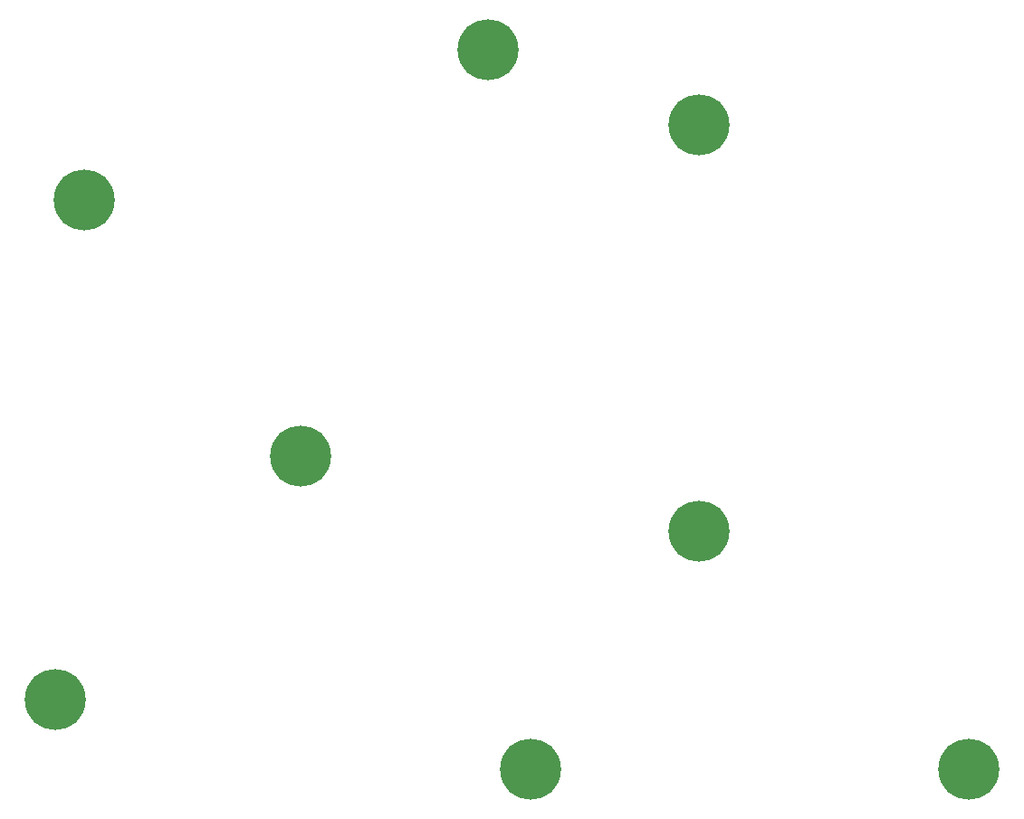
<source format=gbl>
%TF.GenerationSoftware,KiCad,Pcbnew,(5.99.0-12766-g4a3658027e)*%
%TF.CreationDate,2021-10-23T13:20:50+09:00*%
%TF.ProjectId,top,746f702e-6b69-4636-9164-5f7063625858,rev?*%
%TF.SameCoordinates,Original*%
%TF.FileFunction,Copper,L2,Bot*%
%TF.FilePolarity,Positive*%
%FSLAX46Y46*%
G04 Gerber Fmt 4.6, Leading zero omitted, Abs format (unit mm)*
G04 Created by KiCad (PCBNEW (5.99.0-12766-g4a3658027e)) date 2021-10-23 13:20:50*
%MOMM*%
%LPD*%
G01*
G04 APERTURE LIST*
%TA.AperFunction,ComponentPad*%
%ADD10C,5.700000*%
%TD*%
G04 APERTURE END LIST*
D10*
%TO.P,H5,1,1*%
%TO.N,GND*%
X75000000Y-99250000D03*
%TD*%
%TO.P,H7,1,1*%
%TO.N,GND*%
X53500000Y-70000000D03*
%TD*%
%TO.P,H3,1,1*%
%TO.N,GND*%
X90750000Y-39000000D03*
%TD*%
%TO.P,H2,1,1*%
%TO.N,GND*%
X116000000Y-99250000D03*
%TD*%
%TO.P,H6,1,1*%
%TO.N,GND*%
X71000000Y-32000000D03*
%TD*%
%TO.P,H4,1,1*%
%TO.N,GND*%
X33250000Y-46000000D03*
%TD*%
%TO.P,H1,1,1*%
%TO.N,GND*%
X30500000Y-92750000D03*
%TD*%
%TO.P,H8,1,1*%
%TO.N,GND*%
X90750000Y-77000000D03*
%TD*%
M02*

</source>
